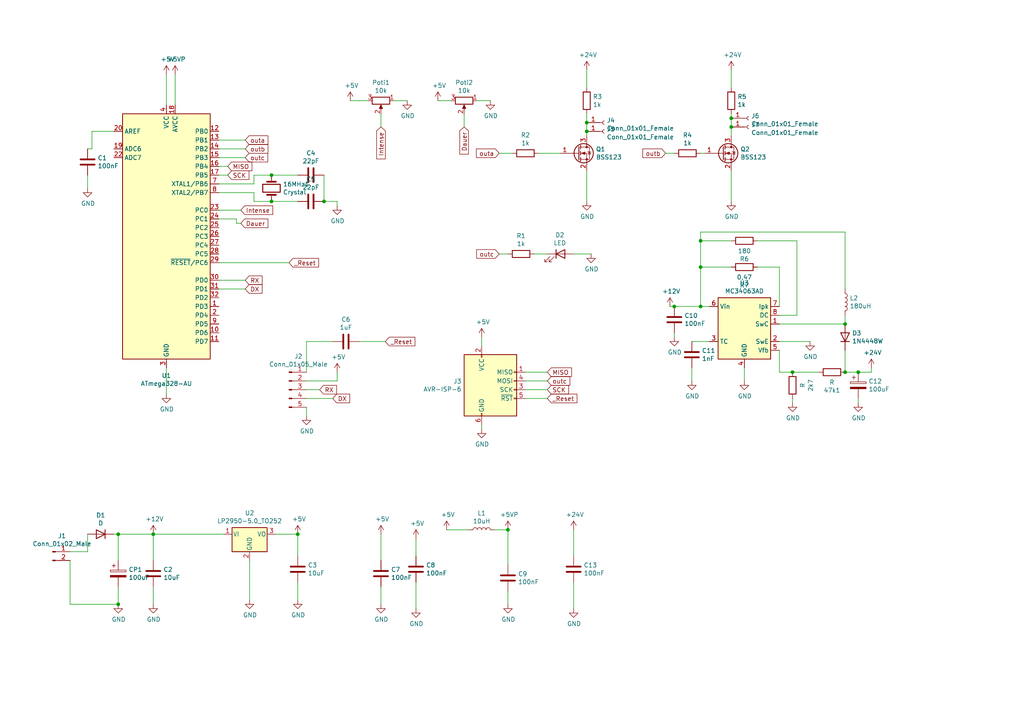
<source format=kicad_sch>
(kicad_sch (version 20231120) (generator "eeschema") (generator_version "8.0")
  (paper "A4")
  (title_block (title "Impulsgenerator") (date "2020-01-07") (rev "01"))
  (lib_symbols
    (symbol "Connector:AVR-ISP-6" (pin_names (offset 1.016))
      (property "Reference" "J" (at -6.35 11.43 0))
      (property "Value" "AVR-ISP-6" (at 0 11.43 0))
      (symbol "AVR-ISP-6_0_1"
        (rectangle (start -2.667 -6.858) (end -2.413 -7.62))
        (rectangle (start -2.667 10.16) (end -2.413 9.398))
        (rectangle (start 7.62 -2.413) (end 6.858 -2.667))
        (rectangle (start 7.62 0.127) (end 6.858 -0.127))
        (rectangle (start 7.62 2.667) (end 6.858 2.413))
        (rectangle (start 7.62 5.207) (end 6.858 4.953))
        (rectangle (start 7.62 10.16) (end -7.62 -7.62) (stroke (width 0.254)) (fill (type background)))
      )
      (symbol "AVR-ISP-6_1_1"
        (pin passive line (at 10.16 5.08 180) (length 2.54) (name "MISO") (number "1"))
        (pin passive line (at -2.54 12.7 270) (length 2.54) (name "VCC") (number "2"))
        (pin passive line (at 10.16 0 180) (length 2.54) (name "SCK") (number "3"))
        (pin passive line (at 10.16 2.54 180) (length 2.54) (name "MOSI") (number "4"))
        (pin passive line (at 10.16 -2.54 180) (length 2.54) (name "~{RST}") (number "5"))
        (pin passive line (at -2.54 -10.16 90) (length 2.54) (name "GND") (number "6"))
      )
    )
    (symbol "Device:C" (pin_numbers hide) (pin_names (offset 0.254))
      (property "Reference" "C" (at 0.635 2.54 0))
      (property "Value" "C" (at 0.635 -2.54 0))
      (symbol "C_0_1"
        (polyline (pts (xy -2.032 -0.762) (xy 2.032 -0.762)) (stroke (width 0.508)))
        (polyline (pts (xy -2.032 0.762) (xy 2.032 0.762)) (stroke (width 0.508)))
      )
      (symbol "C_1_1"
        (pin passive line (at 0 3.81 270) (length 2.794) (name "~") (number "1"))
        (pin passive line (at 0 -3.81 90) (length 2.794) (name "~") (number "2"))
      )
    )
    (symbol "Device:Crystal" (pin_numbers hide) (pin_names (offset 1.016) hide)
      (property "Reference" "Y" (at 0 3.81 0))
      (property "Value" "Crystal" (at 0 -3.81 0))
      (symbol "Crystal_0_1"
        (rectangle (start -1.143 2.54) (end 1.143 -2.54) (stroke (width 0.3048)))
        (polyline (pts (xy -2.54 0) (xy -1.905 0)))
        (polyline (pts (xy -1.905 -1.27) (xy -1.905 1.27)) (stroke (width 0.508)))
        (polyline (pts (xy 1.905 -1.27) (xy 1.905 1.27)) (stroke (width 0.508)))
        (polyline (pts (xy 2.54 0) (xy 1.905 0)))
      )
      (symbol "Crystal_1_1"
        (pin passive line (at -3.81 0 0) (length 1.27) (name "1") (number "1"))
        (pin passive line (at 3.81 0 180) (length 1.27) (name "2") (number "2"))
      )
    )
    (symbol "Device:D" (pin_numbers hide) (pin_names (offset 1.016) hide)
      (property "Reference" "D" (at 0 2.54 0))
      (property "Value" "D" (at 0 -2.54 0))
      (symbol "D_0_1"
        (polyline (pts (xy -1.27 1.27) (xy -1.27 -1.27)) (stroke (width 0.254)))
        (polyline (pts (xy 1.27 0) (xy -1.27 0)))
        (polyline (pts (xy 1.27 1.27) (xy 1.27 -1.27) (xy -1.27 0) (xy 1.27 1.27)) (stroke (width 0.254)))
      )
      (symbol "D_1_1"
        (pin passive line (at -3.81 0 0) (length 2.54) (name "K") (number "1"))
        (pin passive line (at 3.81 0 180) (length 2.54) (name "A") (number "2"))
      )
    )
    (symbol "Device:L" (pin_numbers hide) (pin_names (offset 1.016) hide)
      (property "Reference" "L" (at -1.27 0 90))
      (property "Value" "L" (at 1.905 0 90))
      (symbol "L_0_1"
        (arc (start 0 -2.54) (mid 0.6323 -1.905) (end 0 -1.27))
        (arc (start 0 -1.27) (mid 0.6323 -0.635) (end 0 0))
        (arc (start 0 0) (mid 0.6323 0.635) (end 0 1.27))
        (arc (start 0 1.27) (mid 0.6323 1.905) (end 0 2.54))
      )
      (symbol "L_1_1"
        (pin passive line (at 0 3.81 270) (length 1.27) (name "1") (number "1"))
        (pin passive line (at 0 -3.81 90) (length 1.27) (name "2") (number "2"))
      )
    )
    (symbol "Device:LED" (pin_numbers hide) (pin_names (offset 1.016) hide)
      (property "Reference" "D" (at 0 2.54 0))
      (property "Value" "LED" (at 0 -2.54 0))
      (symbol "LED_0_1"
        (polyline (pts (xy -1.27 -1.27) (xy -1.27 1.27)) (stroke (width 0.254)))
        (polyline (pts (xy -1.27 0) (xy 1.27 0)))
        (polyline (pts (xy 1.27 -1.27) (xy 1.27 1.27) (xy -1.27 0) (xy 1.27 -1.27)) (stroke (width 0.254)))
        (polyline (pts (xy -3.048 -0.762) (xy -4.572 -2.286) (xy -3.81 -2.286) (xy -4.572 -2.286) (xy -4.572 -1.524)))
        (polyline (pts (xy -1.778 -0.762) (xy -3.302 -2.286) (xy -2.54 -2.286) (xy -3.302 -2.286) (xy -3.302 -1.524)))
      )
      (symbol "LED_1_1"
        (pin passive line (at -3.81 0 0) (length 2.54) (name "K") (number "1"))
        (pin passive line (at 3.81 0 180) (length 2.54) (name "A") (number "2"))
      )
    )
    (symbol "Device:R" (pin_numbers hide) (pin_names (offset 0))
      (property "Reference" "R" (at 2.032 0 90))
      (property "Value" "R" (at 0 0 90))
      (symbol "R_0_1"
        (rectangle (start -1.016 -2.54) (end 1.016 2.54) (stroke (width 0.254)))
      )
      (symbol "R_1_1"
        (pin passive line (at 0 3.81 270) (length 1.27) (name "~") (number "1"))
        (pin passive line (at 0 -3.81 90) (length 1.27) (name "~") (number "2"))
      )
    )
    (symbol "Diode:1N4448W" (pin_numbers hide) (pin_names hide)
      (property "Reference" "D" (at 0 2.54 0))
      (property "Value" "1N4448W" (at 0 -2.54 0))
      (symbol "1N4448W_0_1"
        (polyline (pts (xy -1.27 1.27) (xy -1.27 -1.27)) (stroke (width 0.254)))
        (polyline (pts (xy 1.27 0) (xy -1.27 0)))
        (polyline (pts (xy 1.27 1.27) (xy 1.27 -1.27) (xy -1.27 0) (xy 1.27 1.27)) (stroke (width 0.254)))
      )
      (symbol "1N4448W_1_1"
        (pin passive line (at -3.81 0 0) (length 2.54) (name "K") (number "1"))
        (pin passive line (at 3.81 0 180) (length 2.54) (name "A") (number "2"))
      )
    )
    (symbol "Pulsgenerator-rescue:+12V-power" (power) (pin_names (offset 0))
      (property "Value" "power_+12V" (at 0 3.556 0))
      (symbol "+12V-power_0_1"
        (polyline (pts (xy -0.762 1.27) (xy 0 2.54)))
        (polyline (pts (xy 0 0) (xy 0 2.54)))
        (polyline (pts (xy 0 2.54) (xy 0.762 1.27)))
      )
      (symbol "+12V-power_1_1"
        (pin power_in line (at 0 0 90) (length 0) hide (name "+12V") (number "1"))
      )
    )
    (symbol "Pulsgenerator-rescue:+24V-power" (power) (pin_names (offset 0))
      (property "Value" "power_+24V" (at 0 3.556 0))
      (symbol "+24V-power_0_1"
        (polyline (pts (xy -0.762 1.27) (xy 0 2.54)))
        (polyline (pts (xy 0 0) (xy 0 2.54)))
        (polyline (pts (xy 0 2.54) (xy 0.762 1.27)))
      )
      (symbol "+24V-power_1_1"
        (pin power_in line (at 0 0 90) (length 0) hide (name "+24V") (number "1"))
      )
    )
    (symbol "Pulsgenerator-rescue:+5V-power" (power) (pin_names (offset 0))
      (property "Value" "power_+5V" (at 0 3.556 0))
      (symbol "+5V-power_0_1"
        (polyline (pts (xy -0.762 1.27) (xy 0 2.54)))
        (polyline (pts (xy 0 0) (xy 0 2.54)))
        (polyline (pts (xy 0 2.54) (xy 0.762 1.27)))
      )
      (symbol "+5V-power_1_1"
        (pin power_in line (at 0 0 90) (length 0) hide (name "+5V") (number "1"))
      )
    )
    (symbol "Pulsgenerator-rescue:+5VP-power" (power) (pin_names (offset 0))
      (property "Value" "power_+5VP" (at 0 3.556 0))
      (symbol "+5VP-power_0_1"
        (polyline (pts (xy -0.762 1.27) (xy 0 2.54)))
        (polyline (pts (xy 0 0) (xy 0 2.54)))
        (polyline (pts (xy 0 2.54) (xy 0.762 1.27)))
      )
      (symbol "+5VP-power_1_1"
        (pin power_in line (at 0 0 90) (length 0) hide (name "+5VP") (number "1"))
      )
    )
    (symbol "Pulsgenerator-rescue:ATmega328-AU-MCU_Microchip_ATmega"
      (property "Reference" "U" (at -12.7 36.83 0))
      (property "Value" "MCU_Microchip_ATmega_ATmega328-AU" (at 2.54 -36.83 0))
      (symbol "ATmega328-AU-MCU_Microchip_ATmega_0_1"
        (rectangle (start -12.7 -35.56) (end 12.7 35.56) (stroke (width 0.254)) (fill (type background)))
      )
      (symbol "ATmega328-AU-MCU_Microchip_ATmega_1_1"
        (pin bidirectional line (at 15.24 -20.32 180) (length 2.54) (name "PD3") (number "1"))
        (pin bidirectional line (at 15.24 -27.94 180) (length 2.54) (name "PD6") (number "10"))
        (pin bidirectional line (at 15.24 -30.48 180) (length 2.54) (name "PD7") (number "11"))
        (pin bidirectional line (at 15.24 30.48 180) (length 2.54) (name "PB0") (number "12"))
        (pin bidirectional line (at 15.24 27.94 180) (length 2.54) (name "PB1") (number "13"))
        (pin bidirectional line (at 15.24 25.4 180) (length 2.54) (name "PB2") (number "14"))
        (pin bidirectional line (at 15.24 22.86 180) (length 2.54) (name "PB3") (number "15"))
        (pin bidirectional line (at 15.24 20.32 180) (length 2.54) (name "PB4") (number "16"))
        (pin bidirectional line (at 15.24 17.78 180) (length 2.54) (name "PB5") (number "17"))
        (pin power_in line (at 2.54 38.1 270) (length 2.54) (name "AVCC") (number "18"))
        (pin input line (at -15.24 25.4 0) (length 2.54) (name "ADC6") (number "19"))
        (pin bidirectional line (at 15.24 -22.86 180) (length 2.54) (name "PD4") (number "2"))
        (pin passive line (at -15.24 30.48 0) (length 2.54) (name "AREF") (number "20"))
        (pin passive line (at 0 -38.1 90) (length 2.54) hide (name "GND") (number "21"))
        (pin input line (at -15.24 22.86 0) (length 2.54) (name "ADC7") (number "22"))
        (pin bidirectional line (at 15.24 7.62 180) (length 2.54) (name "PC0") (number "23"))
        (pin bidirectional line (at 15.24 5.08 180) (length 2.54) (name "PC1") (number "24"))
        (pin bidirectional line (at 15.24 2.54 180) (length 2.54) (name "PC2") (number "25"))
        (pin bidirectional line (at 15.24 0 180) (length 2.54) (name "PC3") (number "26"))
        (pin bidirectional line (at 15.24 -2.54 180) (length 2.54) (name "PC4") (number "27"))
        (pin bidirectional line (at 15.24 -5.08 180) (length 2.54) (name "PC5") (number "28"))
        (pin bidirectional line (at 15.24 -7.62 180) (length 2.54) (name "~{RESET}/PC6") (number "29"))
        (pin power_in line (at 0 -38.1 90) (length 2.54) (name "GND") (number "3"))
        (pin bidirectional line (at 15.24 -12.7 180) (length 2.54) (name "PD0") (number "30"))
        (pin bidirectional line (at 15.24 -15.24 180) (length 2.54) (name "PD1") (number "31"))
        (pin bidirectional line (at 15.24 -17.78 180) (length 2.54) (name "PD2") (number "32"))
        (pin power_in line (at 0 38.1 270) (length 2.54) (name "VCC") (number "4"))
        (pin passive line (at 0 -38.1 90) (length 2.54) hide (name "GND") (number "5"))
        (pin passive line (at 0 38.1 270) (length 2.54) hide (name "VCC") (number "6"))
        (pin bidirectional line (at 15.24 15.24 180) (length 2.54) (name "XTAL1/PB6") (number "7"))
        (pin bidirectional line (at 15.24 12.7 180) (length 2.54) (name "XTAL2/PB7") (number "8"))
        (pin bidirectional line (at 15.24 -25.4 180) (length 2.54) (name "PD5") (number "9"))
      )
    )
    (symbol "Pulsgenerator-rescue:CP-Device" (pin_numbers hide) (pin_names (offset 0.254))
      (property "Reference" "C" (at 0.635 2.54 0))
      (property "Value" "Device_CP" (at 0.635 -2.54 0))
      (symbol "CP-Device_0_1"
        (rectangle (start -2.286 0.508) (end 2.286 1.016))
        (polyline (pts (xy -1.778 2.286) (xy -0.762 2.286)))
        (polyline (pts (xy -1.27 2.794) (xy -1.27 1.778)))
        (rectangle (start 2.286 -0.508) (end -2.286 -1.016) (fill (type outline)))
      )
      (symbol "CP-Device_1_1"
        (pin passive line (at 0 3.81 270) (length 2.794) (name "~") (number "1"))
        (pin passive line (at 0 -3.81 90) (length 2.794) (name "~") (number "2"))
      )
    )
    (symbol "Pulsgenerator-rescue:Conn_01x01_Female-Connector" (pin_names (offset 1.016) hide)
      (property "Reference" "J" (at 0 2.54 0))
      (property "Value" "Connector_Conn_01x01_Female" (at 0 -2.54 0))
      (symbol "Conn_01x01_Female-Connector_1_1"
        (polyline (pts (xy -1.27 0) (xy -0.508 0)) (stroke (width 0.1524)))
        (arc (start 0 0.508) (mid -0.508 0) (end 0 -0.508) (stroke (width 0.1524)))
        (pin passive line (at -5.08 0 0) (length 3.81) (name "Pin_1") (number "1"))
      )
    )
    (symbol "Pulsgenerator-rescue:Conn_01x02_Male-Connector" (pin_names (offset 1.016) hide)
      (property "Reference" "J" (at 0 2.54 0))
      (property "Value" "Connector_Conn_01x02_Male" (at 0 -5.08 0))
      (symbol "Conn_01x02_Male-Connector_1_1"
        (polyline (pts (xy 1.27 -2.54) (xy 0.8636 -2.54)) (stroke (width 0.1524)))
        (polyline (pts (xy 1.27 0) (xy 0.8636 0)) (stroke (width 0.1524)))
        (rectangle (start 0.8636 -2.413) (end 0 -2.667) (stroke (width 0.1524)) (fill (type outline)))
        (rectangle (start 0.8636 0.127) (end 0 -0.127) (stroke (width 0.1524)) (fill (type outline)))
        (pin passive line (at 5.08 0 180) (length 3.81) (name "Pin_1") (number "1"))
        (pin passive line (at 5.08 -2.54 180) (length 3.81) (name "Pin_2") (number "2"))
      )
    )
    (symbol "Pulsgenerator-rescue:Conn_01x05_Male-Connector" (pin_names (offset 1.016) hide)
      (property "Reference" "J" (at 0 7.62 0))
      (property "Value" "Connector_Conn_01x05_Male" (at 0 -7.62 0))
      (symbol "Conn_01x05_Male-Connector_1_1"
        (polyline (pts (xy 1.27 -5.08) (xy 0.8636 -5.08)) (stroke (width 0.1524)))
        (polyline (pts (xy 1.27 -2.54) (xy 0.8636 -2.54)) (stroke (width 0.1524)))
        (polyline (pts (xy 1.27 0) (xy 0.8636 0)) (stroke (width 0.1524)))
        (polyline (pts (xy 1.27 2.54) (xy 0.8636 2.54)) (stroke (width 0.1524)))
        (polyline (pts (xy 1.27 5.08) (xy 0.8636 5.08)) (stroke (width 0.1524)))
        (rectangle (start 0.8636 -4.953) (end 0 -5.207) (stroke (width 0.1524)) (fill (type outline)))
        (rectangle (start 0.8636 -2.413) (end 0 -2.667) (stroke (width 0.1524)) (fill (type outline)))
        (rectangle (start 0.8636 0.127) (end 0 -0.127) (stroke (width 0.1524)) (fill (type outline)))
        (rectangle (start 0.8636 2.667) (end 0 2.413) (stroke (width 0.1524)) (fill (type outline)))
        (rectangle (start 0.8636 5.207) (end 0 4.953) (stroke (width 0.1524)) (fill (type outline)))
        (pin passive line (at 5.08 5.08 180) (length 3.81) (name "Pin_1") (number "1"))
        (pin passive line (at 5.08 2.54 180) (length 3.81) (name "Pin_2") (number "2"))
        (pin passive line (at 5.08 0 180) (length 3.81) (name "Pin_3") (number "3"))
        (pin passive line (at 5.08 -2.54 180) (length 3.81) (name "Pin_4") (number "4"))
        (pin passive line (at 5.08 -5.08 180) (length 3.81) (name "Pin_5") (number "5"))
      )
    )
    (symbol "Pulsgenerator-rescue:GND-power" (power) (pin_names (offset 0))
      (property "Value" "power_GND" (at 0 -3.81 0))
      (symbol "GND-power_0_1"
        (polyline (pts (xy 0 0) (xy 0 -1.27) (xy 1.27 -1.27) (xy 0 -2.54) (xy -1.27 -1.27) (xy 0 -1.27)))
      )
      (symbol "GND-power_1_1"
        (pin power_in line (at 0 0 270) (length 0) hide (name "GND") (number "1"))
      )
    )
    (symbol "Pulsgenerator-rescue:R_POT-Device" (pin_names (offset 1.016) hide)
      (property "Reference" "RV" (at -4.445 0 90))
      (property "Value" "Device_R_POT" (at -2.54 0 90))
      (symbol "R_POT-Device_0_1"
        (polyline (pts (xy 2.54 0) (xy 1.524 0)))
        (polyline (pts (xy 1.143 0) (xy 2.286 0.508) (xy 2.286 -0.508) (xy 1.143 0)) (fill (type outline)))
        (rectangle (start 1.016 2.54) (end -1.016 -2.54) (stroke (width 0.254)))
      )
      (symbol "R_POT-Device_1_1"
        (pin passive line (at 0 3.81 270) (length 1.27) (name "1") (number "1"))
        (pin passive line (at 3.81 0 180) (length 1.27) (name "2") (number "2"))
        (pin passive line (at 0 -3.81 90) (length 1.27) (name "3") (number "3"))
      )
    )
    (symbol "Regulator_Linear:LP2950-5.0_TO252" (pin_names (offset 0.254))
      (property "Reference" "U" (at -3.81 3.175 0))
      (property "Value" "LP2950-5.0_TO252" (at 0 3.175 0))
      (symbol "LP2950-5.0_TO252_0_1"
        (rectangle (start -5.08 1.905) (end 5.08 -5.08) (stroke (width 0.254)) (fill (type background)))
      )
      (symbol "LP2950-5.0_TO252_1_1"
        (pin power_in line (at -7.62 0 0) (length 2.54) (name "VI") (number "1"))
        (pin power_in line (at 0 -7.62 90) (length 2.54) (name "GND") (number "2"))
        (pin power_out line (at 7.62 0 180) (length 2.54) (name "VO") (number "3"))
      )
    )
    (symbol "Regulator_Switching:MC34063AD"
      (property "Reference" "U" (at -7.62 8.89 0))
      (property "Value" "MC34063AD" (at 0 8.89 0))
      (symbol "MC34063AD_0_1"
        (rectangle (start -7.62 7.62) (end 7.62 -10.16) (stroke (width 0.254)) (fill (type background)))
      )
      (symbol "MC34063AD_1_1"
        (pin open_collector line (at 10.16 0 180) (length 2.54) (name "SwC") (number "1"))
        (pin open_emitter line (at 10.16 -5.08 180) (length 2.54) (name "SwE") (number "2"))
        (pin passive line (at -10.16 -5.08 0) (length 2.54) (name "TC") (number "3"))
        (pin power_in line (at 0 -12.7 90) (length 2.54) (name "GND") (number "4"))
        (pin input line (at 10.16 -7.62 180) (length 2.54) (name "Vfb") (number "5"))
        (pin power_in line (at -10.16 5.08 0) (length 2.54) (name "Vin") (number "6"))
        (pin input line (at 10.16 5.08 180) (length 2.54) (name "Ipk") (number "7"))
        (pin open_collector line (at 10.16 2.54 180) (length 2.54) (name "DC") (number "8"))
      )
    )
    (symbol "Transistor_FET:BSS123" (pin_names hide)
      (property "Reference" "Q" (at 5.08 1.905 0))
      (property "Value" "BSS123" (at 5.08 0 0))
      (symbol "BSS123_0_1"
        (polyline (pts (xy 0.254 0) (xy -2.54 0)))
        (polyline (pts (xy 0.254 1.905) (xy 0.254 -1.905)) (stroke (width 0.254)))
        (polyline (pts (xy 0.762 -1.27) (xy 0.762 -2.286)) (stroke (width 0.254)))
        (polyline (pts (xy 0.762 0.508) (xy 0.762 -0.508)) (stroke (width 0.254)))
        (polyline (pts (xy 0.762 2.286) (xy 0.762 1.27)) (stroke (width 0.254)))
        (polyline (pts (xy 2.54 2.54) (xy 2.54 1.778)))
        (polyline (pts (xy 2.54 -2.54) (xy 2.54 0) (xy 0.762 0)))
        (polyline (pts (xy 0.762 -1.778) (xy 3.302 -1.778) (xy 3.302 1.778) (xy 0.762 1.778)))
        (polyline (pts (xy 1.016 0) (xy 2.032 0.381) (xy 2.032 -0.381) (xy 1.016 0)) (fill (type outline)))
        (polyline (pts (xy 2.794 0.508) (xy 2.921 0.381) (xy 3.683 0.381) (xy 3.81 0.254)))
        (polyline (pts (xy 3.302 0.381) (xy 2.921 -0.254) (xy 3.683 -0.254) (xy 3.302 0.381)))
        (circle (center 1.651 0) (radius 2.794) (stroke (width 0.254)))
        (circle (center 2.54 -1.778) (radius 0.254) (fill (type outline)))
        (circle (center 2.54 1.778) (radius 0.254) (fill (type outline)))
      )
      (symbol "BSS123_1_1"
        (pin input line (at -5.08 0 0) (length 2.54) (name "G") (number "1"))
        (pin passive line (at 2.54 -5.08 90) (length 2.54) (name "S") (number "2"))
        (pin passive line (at 2.54 5.08 270) (length 2.54) (name "D") (number "3"))
      )
    )
  )
  (junction (at 229.87 107.95))
  (junction (at 195.58 88.9))
  (junction (at 44.45 154.94))
  (junction (at 93.98 58.42))
  (junction (at 203.2 69.85))
  (junction (at 86.36 154.94))
  (junction (at 245.11 107.95))
  (junction (at 34.29 154.94))
  (junction (at 170.18 38.1))
  (junction (at 248.92 107.95))
  (junction (at 147.32 153.67))
  (junction (at 203.2 88.9))
  (junction (at 78.74 58.42))
  (junction (at 34.29 175.26))
  (junction (at 203.2 77.47))
  (junction (at 170.18 35.56))
  (junction (at 78.74 50.8))
  (junction (at 212.09 36.83))
  (junction (at 245.11 93.98))
  (junction (at 212.09 34.29))
  (wire (pts (xy 215.9 110.49) (xy 215.9 106.68)))
  (wire (pts (xy 86.36 161.29) (xy 86.36 154.94)))
  (wire (pts (xy 26.67 38.1) (xy 33.02 38.1)))
  (wire (pts (xy 212.09 69.85) (xy 203.2 69.85)))
  (wire (pts (xy 127 29.21) (xy 130.81 29.21)))
  (wire (pts (xy 88.9 99.06) (xy 96.52 99.06)))
  (wire (pts (xy 63.5 53.34) (xy 73.66 53.34)))
  (wire (pts (xy 170.18 20.32) (xy 170.18 25.4)))
  (wire (pts (xy 144.78 73.66) (xy 147.32 73.66)))
  (wire (pts (xy 205.74 99.06) (xy 200.66 99.06)))
  (wire (pts (xy 212.09 33.02) (xy 212.09 34.29)))
  (wire (pts (xy 48.26 21.59) (xy 48.26 30.48)))
  (wire (pts (xy 147.32 175.26) (xy 147.32 171.45)))
  (wire (pts (xy 25.4 54.61) (xy 25.4 50.8)))
  (wire (pts (xy 245.11 101.6) (xy 245.11 107.95)))
  (wire (pts (xy 170.18 49.53) (xy 170.18 58.42)))
  (wire (pts (xy 226.06 93.98) (xy 245.11 93.98)))
  (wire (pts (xy 44.45 154.94) (xy 64.77 154.94)))
  (wire (pts (xy 219.71 77.47) (xy 226.06 77.47)))
  (wire (pts (xy 73.66 58.42) (xy 78.74 58.42)))
  (wire (pts (xy 194.31 88.9) (xy 195.58 88.9)))
  (wire (pts (xy 20.32 175.26) (xy 34.29 175.26)))
  (wire (pts (xy 88.9 120.65) (xy 88.9 118.11)))
  (wire (pts (xy 245.11 107.95) (xy 248.92 107.95)))
  (wire (pts (xy 44.45 170.18) (xy 44.45 175.26)))
  (wire (pts (xy 212.09 49.53) (xy 212.09 58.42)))
  (wire (pts (xy 195.58 88.9) (xy 203.2 88.9)))
  (wire (pts (xy 63.5 63.5) (xy 68.58 63.5)))
  (wire (pts (xy 226.06 99.06) (xy 234.95 99.06)))
  (wire (pts (xy 63.5 40.64) (xy 71.12 40.64)))
  (wire (pts (xy 63.5 55.88) (xy 73.66 55.88)))
  (wire (pts (xy 97.79 110.49) (xy 97.79 107.95)))
  (wire (pts (xy 248.92 115.57) (xy 248.92 116.84)))
  (wire (pts (xy 226.06 91.44) (xy 231.14 91.44)))
  (wire (pts (xy 114.3 29.21) (xy 118.11 29.21)))
  (wire (pts (xy 26.67 43.18) (xy 25.4 43.18)))
  (wire (pts (xy 229.87 107.95) (xy 237.49 107.95)))
  (wire (pts (xy 44.45 162.56) (xy 44.45 154.94)))
  (wire (pts (xy 71.12 45.72) (xy 63.5 45.72)))
  (wire (pts (xy 78.74 58.42) (xy 86.36 58.42)))
  (wire (pts (xy 219.71 69.85) (xy 231.14 69.85)))
  (wire (pts (xy 229.87 116.84) (xy 229.87 115.57)))
  (wire (pts (xy 25.4 160.02) (xy 25.4 154.94)))
  (wire (pts (xy 33.02 154.94) (xy 34.29 154.94)))
  (wire (pts (xy 170.18 33.02) (xy 170.18 35.56)))
  (wire (pts (xy 73.66 55.88) (xy 73.66 58.42)))
  (wire (pts (xy 195.58 44.45) (xy 193.04 44.45)))
  (wire (pts (xy 226.06 77.47) (xy 226.06 88.9)))
  (wire (pts (xy 139.7 124.46) (xy 139.7 123.19)))
  (wire (pts (xy 158.75 110.49) (xy 152.4 110.49)))
  (wire (pts (xy 252.73 107.95) (xy 252.73 106.68)))
  (wire (pts (xy 154.94 73.66) (xy 158.75 73.66)))
  (wire (pts (xy 245.11 67.31) (xy 245.11 83.82)))
  (wire (pts (xy 63.5 60.96) (xy 69.85 60.96)))
  (wire (pts (xy 156.21 44.45) (xy 162.56 44.45)))
  (wire (pts (xy 139.7 100.33) (xy 139.7 97.79)))
  (wire (pts (xy 203.2 44.45) (xy 204.47 44.45)))
  (wire (pts (xy 231.14 69.85) (xy 231.14 91.44)))
  (wire (pts (xy 129.54 153.67) (xy 135.89 153.67)))
  (wire (pts (xy 144.78 44.45) (xy 148.59 44.45)))
  (wire (pts (xy 20.32 160.02) (xy 25.4 160.02)))
  (wire (pts (xy 88.9 107.95) (xy 88.9 99.06)))
  (wire (pts (xy 158.75 107.95) (xy 152.4 107.95)))
  (wire (pts (xy 93.98 50.8) (xy 93.98 58.42)))
  (wire (pts (xy 120.65 156.21) (xy 120.65 161.29)))
  (wire (pts (xy 34.29 154.94) (xy 44.45 154.94)))
  (wire (pts (xy 203.2 77.47) (xy 203.2 88.9)))
  (wire (pts (xy 170.18 35.56) (xy 170.18 38.1)))
  (wire (pts (xy 110.49 162.56) (xy 110.49 154.94)))
  (wire (pts (xy 152.4 115.57) (xy 158.75 115.57)))
  (wire (pts (xy 212.09 20.32) (xy 212.09 25.4)))
  (wire (pts (xy 170.18 38.1) (xy 170.18 39.37)))
  (wire (pts (xy 104.14 99.06) (xy 111.76 99.06)))
  (wire (pts (xy 20.32 162.56) (xy 20.32 175.26)))
  (wire (pts (xy 97.79 110.49) (xy 88.9 110.49)))
  (wire (pts (xy 166.37 176.53) (xy 166.37 168.91)))
  (wire (pts (xy 203.2 88.9) (xy 205.74 88.9)))
  (wire (pts (xy 134.62 36.83) (xy 134.62 33.02)))
  (wire (pts (xy 92.71 113.03) (xy 88.9 113.03)))
  (wire (pts (xy 66.04 50.8) (xy 63.5 50.8)))
  (wire (pts (xy 101.6 29.21) (xy 106.68 29.21)))
  (wire (pts (xy 34.29 170.18) (xy 34.29 175.26)))
  (wire (pts (xy 48.26 114.3) (xy 48.26 106.68)))
  (wire (pts (xy 26.67 43.18) (xy 26.67 38.1)))
  (wire (pts (xy 147.32 153.67) (xy 147.32 163.83)))
  (wire (pts (xy 245.11 91.44) (xy 245.11 93.98)))
  (wire (pts (xy 73.66 53.34) (xy 73.66 50.8)))
  (wire (pts (xy 93.98 58.42) (xy 97.79 58.42)))
  (wire (pts (xy 226.06 101.6) (xy 226.06 107.95)))
  (wire (pts (xy 166.37 73.66) (xy 171.45 73.66)))
  (wire (pts (xy 212.09 34.29) (xy 212.09 36.83)))
  (wire (pts (xy 120.65 168.91) (xy 120.65 176.53)))
  (wire (pts (xy 50.8 30.48) (xy 50.8 21.59)))
  (wire (pts (xy 110.49 33.02) (xy 110.49 36.83)))
  (wire (pts (xy 78.74 50.8) (xy 86.36 50.8)))
  (wire (pts (xy 248.92 107.95) (xy 252.73 107.95)))
  (wire (pts (xy 63.5 81.28) (xy 71.12 81.28)))
  (wire (pts (xy 96.52 115.57) (xy 88.9 115.57)))
  (wire (pts (xy 86.36 173.99) (xy 86.36 168.91)))
  (wire (pts (xy 63.5 76.2) (xy 83.82 76.2)))
  (wire (pts (xy 138.43 29.21) (xy 142.24 29.21)))
  (wire (pts (xy 66.04 48.26) (xy 63.5 48.26)))
  (wire (pts (xy 226.06 107.95) (xy 229.87 107.95)))
  (wire (pts (xy 203.2 67.31) (xy 203.2 69.85)))
  (wire (pts (xy 72.39 173.99) (xy 72.39 162.56)))
  (wire (pts (xy 34.29 162.56) (xy 34.29 154.94)))
  (wire (pts (xy 152.4 113.03) (xy 158.75 113.03)))
  (wire (pts (xy 212.09 77.47) (xy 203.2 77.47)))
  (wire (pts (xy 71.12 43.18) (xy 63.5 43.18)))
  (wire (pts (xy 245.11 67.31) (xy 203.2 67.31)))
  (wire (pts (xy 86.36 154.94) (xy 80.01 154.94)))
  (wire (pts (xy 166.37 153.67) (xy 166.37 161.29)))
  (wire (pts (xy 110.49 170.18) (xy 110.49 175.26)))
  (wire (pts (xy 73.66 50.8) (xy 78.74 50.8)))
  (wire (pts (xy 63.5 83.82) (xy 71.12 83.82)))
  (wire (pts (xy 68.58 64.77) (xy 69.85 64.77)))
  (wire (pts (xy 212.09 36.83) (xy 212.09 39.37)))
  (wire (pts (xy 203.2 69.85) (xy 203.2 77.47)))
  (wire (pts (xy 200.66 110.49) (xy 200.66 106.68)))
  (wire (pts (xy 143.51 153.67) (xy 147.32 153.67)))
  (wire (pts (xy 97.79 58.42) (xy 97.79 59.69)))
  (wire (pts (xy 195.58 96.52) (xy 195.58 97.79)))
  (wire (pts (xy 68.58 63.5) (xy 68.58 64.77)))
  (global_label "_Reset" (shape input) (at 83.82 76.2 0) (property "Intersheetrefs" "${INTERSHEET_REFS}" (effects (hide yes))))
  (global_label "RX" (shape input) (at 71.12 81.28 0) (property "Intersheetrefs" "${INTERSHEET_REFS}" (effects (hide yes))))
  (global_label "Dauer" (shape input) (at 134.62 36.83 270) (property "Intersheetrefs" "${INTERSHEET_REFS}" (effects (hide yes))))
  (global_label "MISO" (shape input) (at 66.04 48.26 0) (property "Intersheetrefs" "${INTERSHEET_REFS}" (effects (hide yes))))
  (global_label "outa" (shape input) (at 144.78 44.45 180) (property "Intersheetrefs" "${INTERSHEET_REFS}" (effects (hide yes))))
  (global_label "_Reset" (shape input) (at 111.76 99.06 0) (property "Intersheetrefs" "${INTERSHEET_REFS}" (effects (hide yes))))
  (global_label "outb" (shape input) (at 193.04 44.45 180) (property "Intersheetrefs" "${INTERSHEET_REFS}" (effects (hide yes))))
  (global_label "RX" (shape input) (at 92.71 113.03 0) (property "Intersheetrefs" "${INTERSHEET_REFS}" (effects (hide yes))))
  (global_label "Dauer" (shape input) (at 69.85 64.77 0) (property "Intersheetrefs" "${INTERSHEET_REFS}" (effects (hide yes))))
  (global_label "outc" (shape input) (at 71.12 45.72 0) (property "Intersheetrefs" "${INTERSHEET_REFS}" (effects (hide yes))))
  (global_label "outb" (shape input) (at 71.12 43.18 0) (property "Intersheetrefs" "${INTERSHEET_REFS}" (effects (hide yes))))
  (global_label "DX" (shape input) (at 71.12 83.82 0) (property "Intersheetrefs" "${INTERSHEET_REFS}" (effects (hide yes))))
  (global_label "outc" (shape input) (at 158.75 110.49 0) (property "Intersheetrefs" "${INTERSHEET_REFS}" (effects (hide yes))))
  (global_label "Intense" (shape input) (at 69.85 60.96 0) (property "Intersheetrefs" "${INTERSHEET_REFS}" (effects (hide yes))))
  (global_label "Intense" (shape input) (at 110.49 36.83 270) (property "Intersheetrefs" "${INTERSHEET_REFS}" (effects (hide yes))))
  (global_label "DX" (shape input) (at 96.52 115.57 0) (property "Intersheetrefs" "${INTERSHEET_REFS}" (effects (hide yes))))
  (global_label "SCK" (shape input) (at 66.04 50.8 0) (property "Intersheetrefs" "${INTERSHEET_REFS}" (effects (hide yes))))
  (global_label "MISO" (shape input) (at 158.75 107.95 0) (property "Intersheetrefs" "${INTERSHEET_REFS}" (effects (hide yes))))
  (global_label "_Reset" (shape input) (at 158.75 115.57 0) (property "Intersheetrefs" "${INTERSHEET_REFS}" (effects (hide yes))))
  (global_label "SCK" (shape input) (at 158.75 113.03 0) (property "Intersheetrefs" "${INTERSHEET_REFS}" (effects (hide yes))))
  (global_label "outa" (shape input) (at 71.12 40.64 0) (property "Intersheetrefs" "${INTERSHEET_REFS}" (effects (hide yes))))
  (global_label "outc" (shape input) (at 144.78 73.66 180) (property "Intersheetrefs" "${INTERSHEET_REFS}" (effects (hide yes))))
  (symbol (lib_id "Pulsgenerator-rescue:GND-power") (at 48.26 114.3 0) (unit 1)
    (property "Reference" "#PWR06" (effects (hide yes)))
    (property "Value" "GND" (at 48.387 118.6942 0))
  )
  (symbol (lib_id "Pulsgenerator-rescue:+5V-power") (at 48.26 21.59 0) (unit 1)
    (property "Reference" "#PWR05" (effects (hide yes)))
    (property "Value" "+5V" (at 48.641 17.1958 0))
  )
  (symbol (lib_id "Device:Crystal") (at 78.74 54.61 270) (unit 1)
    (property "Reference" "16MHz1" (at 82.0674 53.4416 90) (effects (justify left)))
    (property "Value" "Crystal" (at 82.0674 55.753 90) (effects (justify left)))
    (property "Footprint" "Crystal:Crystal_HC18-U_Vertical" (effects (hide yes)))
  )
  (symbol (lib_id "Device:C") (at 90.17 50.8 270) (unit 1)
    (property "Reference" "C4" (at 90.17 44.3992 90))
    (property "Value" "22pF" (at 90.17 46.7106 90))
    (property "Footprint" "Capacitor_SMD:C_0805_2012Metric_Pad1.15x1.40mm_HandSolder" (effects (hide yes)))
  )
  (symbol (lib_id "Device:C") (at 90.17 58.42 270) (unit 1)
    (property "Reference" "C5" (at 90.17 52.0192 90))
    (property "Value" "22pF" (at 90.17 54.3306 90))
    (property "Footprint" "Capacitor_SMD:C_0805_2012Metric_Pad1.15x1.40mm_HandSolder" (effects (hide yes)))
  )
  (symbol (lib_id "Pulsgenerator-rescue:GND-power") (at 97.79 59.69 0) (unit 1)
    (property "Reference" "#PWR012" (effects (hide yes)))
    (property "Value" "GND" (at 97.917 64.0842 0))
  )
  (symbol (lib_id "Pulsgenerator-rescue:GND-power") (at 34.29 175.26 0) (unit 1)
    (property "Reference" "#PWR02" (effects (hide yes)))
    (property "Value" "GND" (at 34.417 179.6542 0))
  )
  (symbol (lib_id "Pulsgenerator-rescue:GND-power") (at 44.45 175.26 0) (unit 1)
    (property "Reference" "#PWR04" (effects (hide yes)))
    (property "Value" "GND" (at 44.577 179.6542 0))
  )
  (symbol (lib_id "Pulsgenerator-rescue:GND-power") (at 110.49 175.26 0) (unit 1)
    (property "Reference" "#PWR016" (effects (hide yes)))
    (property "Value" "GND" (at 110.617 179.6542 0))
  )
  (symbol (lib_id "Pulsgenerator-rescue:CP-Device") (at 34.29 166.37 0) (unit 1)
    (property "Reference" "CP1" (at 37.2872 165.2016 0) (effects (justify left)))
    (property "Value" "100uF" (at 37.2872 167.513 0) (effects (justify left)))
    (property "Footprint" "Capacitor_SMD:CP_Elec_8x10" (effects (hide yes)))
  )
  (symbol (lib_id "Device:C") (at 44.45 166.37 0) (unit 1)
    (property "Reference" "C2" (at 47.371 165.2016 0) (effects (justify left)))
    (property "Value" "10uF" (at 47.371 167.513 0) (effects (justify left)))
    (property "Footprint" "Capacitor_SMD:C_0805_2012Metric_Pad1.15x1.40mm_HandSolder" (effects (hide yes)))
  )
  (symbol (lib_id "Device:C") (at 110.49 166.37 0) (unit 1)
    (property "Reference" "C7" (at 113.411 165.2016 0) (effects (justify left)))
    (property "Value" "100nF" (at 113.411 167.513 0) (effects (justify left)))
    (property "Footprint" "Capacitor_SMD:C_0805_2012Metric_Pad1.15x1.40mm_HandSolder" (effects (hide yes)))
  )
  (symbol (lib_id "Device:C") (at 86.36 165.1 0) (unit 1)
    (property "Reference" "C3" (at 89.281 163.9316 0) (effects (justify left)))
    (property "Value" "10uF" (at 89.281 166.243 0) (effects (justify left)))
    (property "Footprint" "Capacitor_SMD:C_0805_2012Metric_Pad1.15x1.40mm_HandSolder" (effects (hide yes)))
  )
  (symbol (lib_id "Device:D") (at 29.21 154.94 180) (unit 1)
    (property "Reference" "D1" (at 29.21 149.4536 0))
    (property "Value" "D" (at 29.21 151.765 0))
    (property "Footprint" "Diode_THT:D_5W_P10.16mm_Horizontal" (effects (hide yes)))
  )
  (symbol (lib_id "Pulsgenerator-rescue:Conn_01x02_Male-Connector") (at 15.24 160.02 0) (unit 1)
    (property "Reference" "J1" (at 17.9832 155.4226 0))
    (property "Value" "Conn_01x02_Male" (at 17.9832 157.734 0))
    (property "Footprint" "Connector_Phoenix_MSTB:PhoenixContact_MSTBVA_2,5_2-G-5,08_1x02_P5.08mm_Vertical" (effects (hide yes)))
  )
  (symbol (lib_id "Pulsgenerator-rescue:GND-power") (at 86.36 173.99 0) (unit 1)
    (property "Reference" "#PWR010" (effects (hide yes)))
    (property "Value" "GND" (at 86.487 178.3842 0))
  )
  (symbol (lib_id "Regulator_Linear:LP2950-5.0_TO252") (at 72.39 154.94 0) (unit 1)
    (property "Reference" "U2" (at 72.39 148.7932 0))
    (property "Value" "LP2950-5.0_TO252" (at 72.39 151.1046 0))
    (property "Footprint" "Package_TO_SOT_SMD:TO-252-2" (effects (hide yes)))
    (property "Datasheet" "http://www.ti.com/lit/ds/symlink/lp2950-n.pdf" (effects (hide yes)))
  )
  (symbol (lib_id "Connector:AVR-ISP-6") (at 142.24 113.03 0) (unit 1)
    (property "Reference" "J3" (at 133.8834 110.5916 0) (effects (justify right)))
    (property "Value" "AVR-ISP-6" (at 133.8834 112.903 0) (effects (justify right)))
    (property "Footprint" "Connector_PinHeader_2.54mm:PinHeader_2x03_P2.54mm_Vertical" (effects (hide yes)))
  )
  (symbol (lib_id "Pulsgenerator-rescue:GND-power") (at 139.7 124.46 0) (unit 1)
    (property "Reference" "#PWR023" (effects (hide yes)))
    (property "Value" "GND" (at 139.827 128.8542 0))
  )
  (symbol (lib_id "Pulsgenerator-rescue:+5V-power") (at 139.7 97.79 0) (unit 1)
    (property "Reference" "#PWR022" (effects (hide yes)))
    (property "Value" "+5V" (at 140.081 93.3958 0))
  )
  (symbol (lib_id "Pulsgenerator-rescue:GND-power") (at 72.39 173.99 0) (unit 1)
    (property "Reference" "#PWR08" (effects (hide yes)))
    (property "Value" "GND" (at 72.517 178.3842 0))
  )
  (symbol (lib_id "Regulator_Switching:MC34063AD") (at 215.9 93.98 0) (unit 1)
    (property "Reference" "U3" (at 215.9 82.1182 0))
    (property "Value" "MC34063AD" (at 215.9 84.4296 0))
    (property "Footprint" "Package_SO:SOIC-8_3.9x4.9mm_P1.27mm" (effects (hide yes)))
    (property "Datasheet" "http://www.onsemi.com/pub_link/Collateral/MC34063A-D.PDF" (effects (hide yes)))
  )
  (symbol (lib_id "Pulsgenerator-rescue:+24V-power") (at 252.73 106.68 0) (unit 1)
    (property "Reference" "#PWR039" (effects (hide yes)))
    (property "Value" "+24V" (at 253.111 102.2858 0))
  )
  (symbol (lib_id "Pulsgenerator-rescue:+24V-power") (at 212.09 20.32 0) (unit 1)
    (property "Reference" "#PWR033" (effects (hide yes)))
    (property "Value" "+24V" (at 212.471 15.9258 0))
  )
  (symbol (lib_id "Pulsgenerator-rescue:+24V-power") (at 170.18 20.32 0) (unit 1)
    (property "Reference" "#PWR027" (effects (hide yes)))
    (property "Value" "+24V" (at 170.561 15.9258 0))
  )
  (symbol (lib_id "Pulsgenerator-rescue:GND-power") (at 215.9 110.49 0) (unit 1)
    (property "Reference" "#PWR035" (effects (hide yes)))
    (property "Value" "GND" (at 216.027 114.8842 0))
  )
  (symbol (lib_id "Pulsgenerator-rescue:+12V-power") (at 194.31 88.9 0) (unit 1)
    (property "Reference" "#PWR030" (effects (hide yes)))
    (property "Value" "+12V" (at 194.691 84.5058 0))
  )
  (symbol (lib_id "Pulsgenerator-rescue:+5V-power") (at 86.36 154.94 0) (unit 1)
    (property "Reference" "#PWR09" (effects (hide yes)))
    (property "Value" "+5V" (at 86.741 150.5458 0))
  )
  (symbol (lib_id "Pulsgenerator-rescue:+5V-power") (at 110.49 154.94 0) (unit 1)
    (property "Reference" "#PWR015" (effects (hide yes)))
    (property "Value" "+5V" (at 110.871 150.5458 0))
  )
  (symbol (lib_id "Pulsgenerator-rescue:+12V-power") (at 44.45 154.94 0) (unit 1)
    (property "Reference" "#PWR03" (effects (hide yes)))
    (property "Value" "+12V" (at 44.831 150.5458 0))
  )
  (symbol (lib_id "Pulsgenerator-rescue:R_POT-Device") (at 110.49 29.21 270) (unit 1)
    (property "Reference" "Poti1" (at 110.49 23.9522 90))
    (property "Value" "10k" (at 110.49 26.2636 90))
    (property "Footprint" "Potentiometer_THT:Potentiometer_Alps_RK09L_Single_Vertical" (effects (hide yes)))
  )
  (symbol (lib_id "Device:R") (at 215.9 77.47 90) (unit 1)
    (property "Reference" "R7" (at 215.9 82.7278 90))
    (property "Value" "0,47" (at 215.9 80.4164 90))
    (property "Footprint" "Resistor_SMD:R_1210_3225Metric_Pad1.42x2.65mm_HandSolder" (effects (hide yes)))
  )
  (symbol (lib_id "Pulsgenerator-rescue:R_POT-Device") (at 134.62 29.21 270) (unit 1)
    (property "Reference" "Poti2" (at 134.62 23.9522 90))
    (property "Value" "10k" (at 134.62 26.2636 90))
    (property "Footprint" "Potentiometer_THT:Potentiometer_Alps_RK09L_Single_Vertical" (effects (hide yes)))
  )
  (symbol (lib_id "Pulsgenerator-rescue:+5V-power") (at 101.6 29.21 0) (unit 1)
    (property "Reference" "#PWR014" (effects (hide yes)))
    (property "Value" "+5V" (at 101.981 24.8158 0))
  )
  (symbol (lib_id "Pulsgenerator-rescue:GND-power") (at 234.95 99.06 0) (unit 1)
    (property "Reference" "#PWR037" (effects (hide yes)))
    (property "Value" "GND" (at 235.077 103.4542 0))
  )
  (symbol (lib_id "Pulsgenerator-rescue:+5V-power") (at 127 29.21 0) (unit 1)
    (property "Reference" "#PWR020" (effects (hide yes)))
    (property "Value" "+5V" (at 127.381 24.8158 0))
  )
  (symbol (lib_id "Pulsgenerator-rescue:GND-power") (at 118.11 29.21 0) (unit 1)
    (property "Reference" "#PWR017" (effects (hide yes)))
    (property "Value" "GND" (at 118.237 33.6042 0))
  )
  (symbol (lib_id "Pulsgenerator-rescue:GND-power") (at 142.24 29.21 0) (unit 1)
    (property "Reference" "#PWR024" (effects (hide yes)))
    (property "Value" "GND" (at 142.367 33.6042 0))
  )
  (symbol (lib_id "Pulsgenerator-rescue:+5VP-power") (at 50.8 21.59 0) (unit 1)
    (property "Reference" "#PWR07" (effects (hide yes)))
    (property "Value" "+5VP" (at 51.181 17.1958 0))
  )
  (symbol (lib_id "Device:L") (at 139.7 153.67 90) (unit 1)
    (property "Reference" "L1" (at 139.7 148.844 90))
    (property "Value" "10uH" (at 139.7 151.1554 90))
    (property "Footprint" "Inductor_SMD:L_Wuerth_MAPI-3020" (effects (hide yes)))
  )
  (symbol (lib_id "Device:C") (at 200.66 102.87 0) (unit 1)
    (property "Reference" "C11" (at 203.581 101.7016 0) (effects (justify left)))
    (property "Value" "1nF" (at 203.581 104.013 0) (effects (justify left)))
    (property "Footprint" "Capacitor_SMD:C_0805_2012Metric_Pad1.15x1.40mm_HandSolder" (effects (hide yes)))
  )
  (symbol (lib_id "Pulsgenerator-rescue:GND-power") (at 200.66 110.49 0) (unit 1)
    (property "Reference" "#PWR032" (effects (hide yes)))
    (property "Value" "GND" (at 200.787 114.8842 0))
  )
  (symbol (lib_id "Pulsgenerator-rescue:+5VP-power") (at 147.32 153.67 0) (unit 1)
    (property "Reference" "#PWR025" (effects (hide yes)))
    (property "Value" "+5VP" (at 147.701 149.2758 0))
  )
  (symbol (lib_id "Pulsgenerator-rescue:+5V-power") (at 129.54 153.67 0) (unit 1)
    (property "Reference" "#PWR021" (effects (hide yes)))
    (property "Value" "+5V" (at 129.921 149.2758 0))
  )
  (symbol (lib_id "Device:C") (at 147.32 167.64 0) (unit 1)
    (property "Reference" "C9" (at 150.241 166.4716 0) (effects (justify left)))
    (property "Value" "100nF" (at 150.241 168.783 0) (effects (justify left)))
    (property "Footprint" "Capacitor_SMD:C_0805_2012Metric_Pad1.15x1.40mm_HandSolder" (effects (hide yes)))
  )
  (symbol (lib_id "Pulsgenerator-rescue:GND-power") (at 147.32 175.26 0) (unit 1)
    (property "Reference" "#PWR026" (effects (hide yes)))
    (property "Value" "GND" (at 147.447 179.6542 0))
  )
  (symbol (lib_id "Device:R") (at 229.87 111.76 180) (unit 1)
    (property "Reference" "2k7" (at 235.1278 111.76 90))
    (property "Value" "R" (at 232.8164 111.76 90))
    (property "Footprint" "Resistor_SMD:R_0805_2012Metric_Pad1.15x1.40mm_HandSolder" (effects (hide yes)))
  )
  (symbol (lib_id "Device:R") (at 241.3 107.95 90) (unit 1)
    (property "Reference" "47k1" (at 241.3 113.2078 90))
    (property "Value" "R" (at 241.3 110.8964 90))
    (property "Footprint" "Resistor_SMD:R_0805_2012Metric_Pad1.15x1.40mm_HandSolder" (effects (hide yes)))
  )
  (symbol (lib_id "Pulsgenerator-rescue:GND-power") (at 229.87 116.84 0) (unit 1)
    (property "Reference" "#PWR036" (effects (hide yes)))
    (property "Value" "GND" (at 229.997 121.2342 0))
  )
  (symbol (lib_id "Transistor_FET:BSS123") (at 167.64 44.45 0) (unit 1)
    (property "Reference" "Q1" (at 172.8216 43.2816 0) (effects (justify left)))
    (property "Value" "BSS123" (at 172.8216 45.593 0) (effects (justify left)))
    (property "Footprint" "Package_TO_SOT_SMD:SOT-23" (effects (hide yes)))
    (property "Datasheet" "http://www.diodes.com/assets/Datasheets/ds30366.pdf" (effects (hide yes)))
  )
  (symbol (lib_id "Device:R") (at 170.18 29.21 0) (unit 1)
    (property "Reference" "R3" (at 171.958 28.0416 0) (effects (justify left)))
    (property "Value" "1k" (at 171.958 30.353 0) (effects (justify left)))
    (property "Footprint" "Resistor_SMD:R_0805_2012Metric_Pad1.15x1.40mm_HandSolder" (effects (hide yes)))
  )
  (symbol (lib_id "Pulsgenerator-rescue:GND-power") (at 170.18 58.42 0) (unit 1)
    (property "Reference" "#PWR028" (effects (hide yes)))
    (property "Value" "GND" (at 170.307 62.8142 0))
  )
  (symbol (lib_id "Transistor_FET:BSS123") (at 209.55 44.45 0) (unit 1)
    (property "Reference" "Q2" (at 214.7316 43.2816 0) (effects (justify left)))
    (property "Value" "BSS123" (at 214.7316 45.593 0) (effects (justify left)))
    (property "Footprint" "Package_TO_SOT_SMD:SOT-23" (effects (hide yes)))
    (property "Datasheet" "http://www.diodes.com/assets/Datasheets/ds30366.pdf" (effects (hide yes)))
  )
  (symbol (lib_id "Device:R") (at 212.09 29.21 0) (unit 1)
    (property "Reference" "R5" (at 213.868 28.0416 0) (effects (justify left)))
    (property "Value" "1k" (at 213.868 30.353 0) (effects (justify left)))
    (property "Footprint" "Resistor_SMD:R_0805_2012Metric_Pad1.15x1.40mm_HandSolder" (effects (hide yes)))
  )
  (symbol (lib_id "Pulsgenerator-rescue:GND-power") (at 212.09 58.42 0) (unit 1)
    (property "Reference" "#PWR034" (effects (hide yes)))
    (property "Value" "GND" (at 212.217 62.8142 0))
  )
  (symbol (lib_id "Pulsgenerator-rescue:Conn_01x01_Female-Connector") (at 175.26 35.56 0) (unit 1)
    (property "Reference" "J4" (at 175.9712 34.8996 0) (effects (justify left)))
    (property "Value" "Conn_01x01_Female" (at 175.9712 37.211 0) (effects (justify left)))
    (property "Footprint" "Connector:IHI_B6A-PCB-45_Vertical" (effects (hide yes)))
  )
  (symbol (lib_id "Pulsgenerator-rescue:Conn_01x01_Female-Connector") (at 217.17 34.29 0) (unit 1)
    (property "Reference" "J6" (at 217.8812 33.6296 0) (effects (justify left)))
    (property "Value" "Conn_01x01_Female" (at 217.8812 35.941 0) (effects (justify left)))
    (property "Footprint" "Connector:IHI_B6A-PCB-45_Vertical" (effects (hide yes)))
  )
  (symbol (lib_id "Pulsgenerator-rescue:+5V-power") (at 97.79 107.95 0) (unit 1)
    (property "Reference" "#PWR013" (effects (hide yes)))
    (property "Value" "+5V" (at 98.171 103.5558 0))
  )
  (symbol (lib_id "Pulsgenerator-rescue:GND-power") (at 88.9 120.65 0) (unit 1)
    (property "Reference" "#PWR011" (effects (hide yes)))
    (property "Value" "GND" (at 89.027 125.0442 0))
  )
  (symbol (lib_id "Pulsgenerator-rescue:CP-Device") (at 248.92 111.76 0) (unit 1)
    (property "Reference" "C12" (at 251.9172 110.5916 0) (effects (justify left)))
    (property "Value" "100uF" (at 251.9172 112.903 0) (effects (justify left)))
    (property "Footprint" "Capacitor_SMD:CP_Elec_8x10" (effects (hide yes)))
  )
  (symbol (lib_id "Pulsgenerator-rescue:GND-power") (at 248.92 116.84 0) (unit 1)
    (property "Reference" "#PWR038" (effects (hide yes)))
    (property "Value" "GND" (at 249.047 121.2342 0))
  )
  (symbol (lib_id "Device:R") (at 215.9 69.85 90) (unit 1)
    (property "Reference" "R6" (at 215.9 75.1078 90))
    (property "Value" "180" (at 215.9 72.7964 90))
    (property "Footprint" "Resistor_SMD:R_0805_2012Metric_Pad1.15x1.40mm_HandSolder" (effects (hide yes)))
  )
  (symbol (lib_id "Pulsgenerator-rescue:Conn_01x01_Female-Connector") (at 175.26 38.1 0) (unit 1)
    (property "Reference" "J5" (at 175.9712 37.4396 0) (effects (justify left)))
    (property "Value" "Conn_01x01_Female" (at 175.9712 39.751 0) (effects (justify left)))
    (property "Footprint" "Connector:IHI_B6A-PCB-45_Vertical" (effects (hide yes)))
  )
  (symbol (lib_id "Pulsgenerator-rescue:Conn_01x01_Female-Connector") (at 217.17 36.83 0) (unit 1)
    (property "Reference" "J7" (at 217.8812 36.1696 0) (effects (justify left)))
    (property "Value" "Conn_01x01_Female" (at 217.8812 38.481 0) (effects (justify left)))
    (property "Footprint" "Connector:IHI_B6A-PCB-45_Vertical" (effects (hide yes)))
  )
  (symbol (lib_id "Device:L") (at 245.11 87.63 0) (unit 1)
    (property "Reference" "L2" (at 246.4308 86.4616 0) (effects (justify left)))
    (property "Value" "180uH" (at 246.4308 88.773 0) (effects (justify left)))
    (property "Footprint" "Inductor_SMD:L_Taiyo-Yuden_NR-80xx_HandSoldering" (effects (hide yes)))
  )
  (symbol (lib_id "Device:R") (at 152.4 44.45 270) (unit 1)
    (property "Reference" "R2" (at 152.4 39.1922 90))
    (property "Value" "1k" (at 152.4 41.5036 90))
    (property "Footprint" "Resistor_SMD:R_0805_2012Metric_Pad1.15x1.40mm_HandSolder" (effects (hide yes)))
  )
  (symbol (lib_id "Device:R") (at 199.39 44.45 270) (unit 1)
    (property "Reference" "R4" (at 199.39 39.1922 90))
    (property "Value" "1k" (at 199.39 41.5036 90))
    (property "Footprint" "Resistor_SMD:R_0805_2012Metric_Pad1.15x1.40mm_HandSolder" (effects (hide yes)))
  )
  (symbol (lib_id "Pulsgenerator-rescue:Conn_01x05_Male-Connector") (at 83.82 113.03 0) (unit 1)
    (property "Reference" "J2" (at 86.5632 103.3526 0))
    (property "Value" "Conn_01x05_Male" (at 86.5632 105.664 0))
    (property "Footprint" "Connector_PinHeader_2.54mm:PinHeader_1x05_P2.54mm_Vertical" (effects (hide yes)))
  )
  (symbol (lib_id "Diode:1N4448W") (at 245.11 97.79 90) (unit 1)
    (property "Reference" "D3" (at 247.142 96.6216 90) (effects (justify right)))
    (property "Value" "1N4448W" (at 247.142 98.933 90) (effects (justify right)))
    (property "Footprint" "Diode_SMD:D_SOD-123" (effects (hide yes)))
    (property "Datasheet" "https://www.vishay.com/docs/85722/1n4448w.pdf" (effects (hide yes)))
  )
  (symbol (lib_id "Device:C") (at 100.33 99.06 270) (unit 1)
    (property "Reference" "C6" (at 100.33 92.6592 90))
    (property "Value" "1uF" (at 100.33 94.9706 90))
    (property "Footprint" "Capacitor_SMD:C_0805_2012Metric_Pad1.15x1.40mm_HandSolder" (effects (hide yes)))
  )
  (symbol (lib_id "Device:R") (at 151.13 73.66 270) (unit 1)
    (property "Reference" "R1" (at 151.13 68.4022 90))
    (property "Value" "1k" (at 151.13 70.7136 90))
    (property "Footprint" "Resistor_SMD:R_0805_2012Metric_Pad1.15x1.40mm_HandSolder" (effects (hide yes)))
  )
  (symbol (lib_id "Device:LED") (at 162.56 73.66 0) (unit 1)
    (property "Reference" "D2" (at 162.3822 68.1736 0))
    (property "Value" "LED" (at 162.3822 70.485 0))
    (property "Footprint" "LED_SMD:LED_0805_2012Metric_Pad1.15x1.40mm_HandSolder" (effects (hide yes)))
  )
  (symbol (lib_id "Device:C") (at 195.58 92.71 0) (unit 1)
    (property "Reference" "C10" (at 198.501 91.5416 0) (effects (justify left)))
    (property "Value" "100nF" (at 198.501 93.853 0) (effects (justify left)))
    (property "Footprint" "Capacitor_SMD:C_0805_2012Metric_Pad1.15x1.40mm_HandSolder" (effects (hide yes)))
  )
  (symbol (lib_id "Pulsgenerator-rescue:GND-power") (at 195.58 97.79 0) (unit 1)
    (property "Reference" "#PWR031" (effects (hide yes)))
    (property "Value" "GND" (at 195.707 102.1842 0))
  )
  (symbol (lib_id "Pulsgenerator-rescue:GND-power") (at 171.45 73.66 0) (unit 1)
    (property "Reference" "#PWR029" (effects (hide yes)))
    (property "Value" "GND" (at 171.577 78.0542 0))
  )
  (symbol (lib_id "Device:C") (at 25.4 46.99 0) (unit 1)
    (property "Reference" "C1" (at 28.321 45.8216 0) (effects (justify left)))
    (property "Value" "100nF" (at 28.321 48.133 0) (effects (justify left)))
    (property "Footprint" "Capacitor_SMD:C_0805_2012Metric_Pad1.15x1.40mm_HandSolder" (effects (hide yes)))
  )
  (symbol (lib_id "Pulsgenerator-rescue:GND-power") (at 25.4 54.61 0) (unit 1)
    (property "Reference" "#PWR01" (effects (hide yes)))
    (property "Value" "GND" (at 25.527 59.0042 0))
  )
  (symbol (lib_id "Device:C") (at 120.65 165.1 0) (unit 1)
    (property "Reference" "C8" (at 123.571 163.9316 0) (effects (justify left)))
    (property "Value" "100nF" (at 123.571 166.243 0) (effects (justify left)))
    (property "Footprint" "Capacitor_SMD:C_0805_2012Metric_Pad1.15x1.40mm_HandSolder" (effects (hide yes)))
  )
  (symbol (lib_id "Pulsgenerator-rescue:GND-power") (at 120.65 176.53 0) (unit 1)
    (property "Reference" "#PWR019" (effects (hide yes)))
    (property "Value" "GND" (at 120.777 180.9242 0))
  )
  (symbol (lib_id "Pulsgenerator-rescue:+5V-power") (at 120.65 156.21 0) (unit 1)
    (property "Reference" "#PWR018" (effects (hide yes)))
    (property "Value" "+5V" (at 121.031 151.8158 0))
  )
  (symbol (lib_id "Pulsgenerator-rescue:ATmega328-AU-MCU_Microchip_ATmega") (at 48.26 68.58 0) (unit 1)
    (property "Reference" "U1" (at 48.26 108.9406 0))
    (property "Value" "ATmega328-AU" (at 48.26 111.252 0))
    (property "Footprint" "Package_QFP:TQFP-32_7x7mm_P0.8mm" (effects (hide yes)))
    (property "Datasheet" "http://ww1.microchip.com/downloads/en/DeviceDoc/ATmega328_P%20AVR%20MCU%20with%20picoPower%20Technology%20Data%20Sheet%2040001984A.pdf" (effects (hide yes)))
  )
  (symbol (lib_id "Pulsgenerator-rescue:+24V-power") (at 166.37 153.67 0) (unit 1)
    (property "Reference" "#PWR040" (effects (hide yes)))
    (property "Value" "+24V" (at 166.751 149.2758 0))
  )
  (symbol (lib_id "Pulsgenerator-rescue:GND-power") (at 166.37 176.53 0) (unit 1)
    (property "Reference" "#PWR041" (effects (hide yes)))
    (property "Value" "GND" (at 166.497 180.9242 0))
  )
  (symbol (lib_id "Device:C") (at 166.37 165.1 0) (unit 1)
    (property "Reference" "C13" (at 169.291 163.9316 0) (effects (justify left)))
    (property "Value" "100nF" (at 169.291 166.243 0) (effects (justify left)))
    (property "Footprint" "Capacitor_SMD:C_0805_2012Metric_Pad1.15x1.40mm_HandSolder" (effects (hide yes)))
  )
)
</source>
